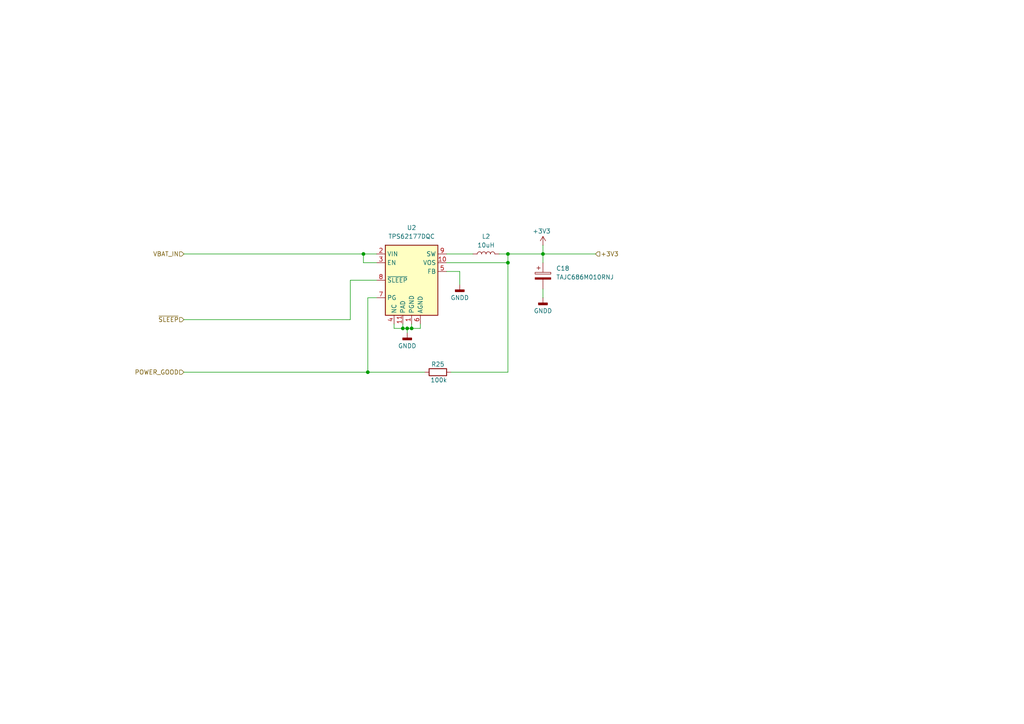
<source format=kicad_sch>
(kicad_sch (version 20250114) (generator "eeschema") (generator_version "9.0")
  (paper "A4")
  (lib_symbols
    (symbol "Device:C_Polarized" (pin_numbers (hide yes)) (pin_names (offset 0.254))
      (property "Reference" "C" (at 0.635 2.54 0))
      (property "Value" "C_Polarized" (at 0.635 -2.54 0))
      (symbol "C_Polarized_0_1"
        (rectangle (start -2.286 0.508) (end 2.286 1.016))
        (polyline (pts (xy -1.778 2.286) (xy -0.762 2.286)))
        (polyline (pts (xy -1.27 2.794) (xy -1.27 1.778)))
        (rectangle (start 2.286 -0.508) (end -2.286 -1.016) (fill (type outline)))
      )
      (symbol "C_Polarized_1_1"
        (pin passive line (at 0 3.81 270) (length 2.794) (name "~") (number "1"))
        (pin passive line (at 0 -3.81 90) (length 2.794) (name "~") (number "2"))
      )
    )
    (symbol "Device:L" (pin_numbers (hide yes)) (pin_names (offset 1.016) (hide yes))
      (property "Reference" "L" (at -1.27 0 90))
      (property "Value" "L" (at 1.905 0 90))
      (symbol "L_0_1"
        (arc (start 0 2.54) (mid 0.6323 1.905) (end 0 1.27))
        (arc (start 0 1.27) (mid 0.6323 0.635) (end 0 0))
        (arc (start 0 0) (mid 0.6323 -0.635) (end 0 -1.27))
        (arc (start 0 -1.27) (mid 0.6323 -1.905) (end 0 -2.54))
      )
      (symbol "L_1_1"
        (pin passive line (at 0 3.81 270) (length 1.27) (name "1") (number "1"))
        (pin passive line (at 0 -3.81 90) (length 1.27) (name "2") (number "2"))
      )
    )
    (symbol "Device:R" (pin_numbers (hide yes)) (pin_names (offset 0))
      (property "Reference" "R" (at 2.032 0 90))
      (property "Value" "R" (at 0 0 90))
      (symbol "R_0_1"
        (rectangle (start -1.016 -2.54) (end 1.016 2.54) (stroke (width 0.254)))
      )
      (symbol "R_1_1"
        (pin passive line (at 0 3.81 270) (length 1.27) (name "~") (number "1"))
        (pin passive line (at 0 -3.81 90) (length 1.27) (name "~") (number "2"))
      )
    )
    (symbol "Regulator_Switching:TPS62177DQC"
      (property "Reference" "U" (at -7.62 11.43 0))
      (property "Value" "TPS62177DQC" (at -1.27 11.43 0))
      (symbol "TPS62177DQC_0_1"
        (rectangle (start -7.62 10.16) (end 7.62 -10.16) (stroke (width 0.254)) (fill (type background)))
      )
      (symbol "TPS62177DQC_1_1"
        (pin power_in line (at -10.16 7.62 0) (length 2.54) (name "VIN") (number "2"))
        (pin input line (at -10.16 5.08 0) (length 2.54) (name "EN") (number "3"))
        (pin input line (at -10.16 0 0) (length 2.54) (name "~{SLEEP}") (number "8"))
        (pin output line (at -10.16 -5.08 0) (length 2.54) (name "PG") (number "7"))
        (pin passive line (at -5.08 -12.7 90) (length 2.54) (name "NC") (number "4"))
        (pin power_in line (at -2.54 -12.7 90) (length 2.54) (name "PAD") (number "11"))
        (pin power_in line (at 0 -12.7 90) (length 2.54) (name "PGND") (number "1"))
        (pin power_in line (at 2.54 -12.7 90) (length 2.54) (name "AGND") (number "6"))
        (pin power_out line (at 10.16 7.62 180) (length 2.54) (name "SW") (number "9"))
        (pin input line (at 10.16 5.08 180) (length 2.54) (name "VOS") (number "10"))
        (pin input line (at 10.16 2.54 180) (length 2.54) (name "FB") (number "5"))
      )
    )
    (symbol "power:+3.3V" (power) (pin_numbers (hide yes)) (pin_names (offset 0) (hide yes))
      (property "Value" "+3.3V" (at 0 3.556 0))
      (symbol "+3.3V_0_1"
        (polyline (pts (xy -0.762 1.27) (xy 0 2.54)))
        (polyline (pts (xy 0 2.54) (xy 0.762 1.27)))
        (polyline (pts (xy 0 0) (xy 0 2.54)))
      )
      (symbol "+3.3V_1_1"
        (pin power_in line (at 0 0 90) (length 0) (name "~") (number "1"))
      )
    )
    (symbol "power:GNDD" (power) (pin_numbers (hide yes)) (pin_names (offset 0) (hide yes))
      (property "Value" "GNDD" (at 0 -3.175 0))
      (symbol "GNDD_0_1"
        (rectangle (start -1.27 -1.524) (end 1.27 -2.032) (stroke (width 0.254)) (fill (type outline)))
        (polyline (pts (xy 0 0) (xy 0 -1.524)))
      )
      (symbol "GNDD_1_1"
        (pin power_in line (at 0 0 270) (length 0) (name "~") (number "1"))
      )
    )
  )
  (junction (at 119.38 95.25))
  (junction (at 116.84 95.25))
  (junction (at 157.48 73.66))
  (junction (at 118.11 95.25))
  (junction (at 105.41 73.66))
  (junction (at 106.68 107.95))
  (junction (at 147.32 76.2))
  (junction (at 147.32 73.66))
  (wire (pts (xy 123.19 107.95) (xy 106.68 107.95)))
  (wire (pts (xy 121.92 93.98) (xy 121.92 95.25)))
  (wire (pts (xy 109.22 76.2) (xy 105.41 76.2)))
  (wire (pts (xy 157.48 73.66) (xy 147.32 73.66)))
  (wire (pts (xy 157.48 71.12) (xy 157.48 73.66)))
  (wire (pts (xy 116.84 93.98) (xy 116.84 95.25)))
  (wire (pts (xy 118.11 95.25) (xy 118.11 96.52)))
  (wire (pts (xy 119.38 95.25) (xy 121.92 95.25)))
  (wire (pts (xy 129.54 76.2) (xy 147.32 76.2)))
  (wire (pts (xy 147.32 107.95) (xy 147.32 76.2)))
  (wire (pts (xy 157.48 73.66) (xy 172.72 73.66)))
  (wire (pts (xy 116.84 95.25) (xy 118.11 95.25)))
  (wire (pts (xy 114.3 95.25) (xy 116.84 95.25)))
  (wire (pts (xy 129.54 73.66) (xy 137.16 73.66)))
  (wire (pts (xy 119.38 95.25) (xy 118.11 95.25)))
  (wire (pts (xy 114.3 93.98) (xy 114.3 95.25)))
  (wire (pts (xy 157.48 76.2) (xy 157.48 73.66)))
  (wire (pts (xy 106.68 107.95) (xy 106.68 86.36)))
  (wire (pts (xy 147.32 76.2) (xy 147.32 73.66)))
  (wire (pts (xy 119.38 93.98) (xy 119.38 95.25)))
  (wire (pts (xy 105.41 76.2) (xy 105.41 73.66)))
  (wire (pts (xy 105.41 73.66) (xy 109.22 73.66)))
  (wire (pts (xy 109.22 81.28) (xy 101.6 81.28)))
  (wire (pts (xy 133.35 78.74) (xy 133.35 82.55)))
  (wire (pts (xy 101.6 81.28) (xy 101.6 92.71)))
  (wire (pts (xy 106.68 86.36) (xy 109.22 86.36)))
  (wire (pts (xy 130.81 107.95) (xy 147.32 107.95)))
  (wire (pts (xy 157.48 83.82) (xy 157.48 86.36)))
  (wire (pts (xy 101.6 92.71) (xy 53.34 92.71)))
  (wire (pts (xy 129.54 78.74) (xy 133.35 78.74)))
  (wire (pts (xy 53.34 107.95) (xy 106.68 107.95)))
  (wire (pts (xy 53.34 73.66) (xy 105.41 73.66)))
  (wire (pts (xy 147.32 73.66) (xy 144.78 73.66)))
  (hierarchical_label "+3V3" (shape input) (at 172.72 73.66 0))
  (hierarchical_label "~{SLEEP}" (shape input) (at 53.34 92.71 180))
  (hierarchical_label "POWER_GOOD" (shape input) (at 53.34 107.95 180))
  (hierarchical_label "VBAT_IN" (shape input) (at 53.34 73.66 180))
  (symbol (lib_id "Device:L") (at 140.97 73.66 90) (unit 1)
    (property "Reference" "L2" (at 140.97 68.58 90))
    (property "Value" "10uH" (at 140.97 71.12 90))
    (property "Footprint" "Inductor_SMD:L_6.3x6.3_H3" (effects (hide yes)))
    (property "Description" "Inductor" (effects (hide yes)))
  )
  (symbol (lib_id "power:GNDD") (at 157.48 86.36 0) (unit 1)
    (property "Reference" "#PWR058" (effects (hide yes)))
    (property "Value" "GNDD" (at 157.48 90.17 0))
    (property "Description" "Power symbol creates a global label with name \"GNDD\" , digital ground" (effects (hide yes)))
  )
  (symbol (lib_id "Device:C_Polarized") (at 157.48 80.01 0) (unit 1)
    (property "Reference" "C18" (at 161.29 77.8509 0) (effects (justify left)))
    (property "Value" "TAJC686M010RNJ" (at 161.29 80.3909 0) (effects (justify left)))
    (property "Footprint" "Capacitor_Tantalum_SMD:CP_EIA-6032-28_Kemet-C_Pad2.25x2.35mm_HandSolder" (effects (hide yes)))
    (property "Description" "Polarized capacitor" (effects (hide yes)))
  )
  (symbol (lib_id "power:+3.3V") (at 157.48 71.12 0) (unit 1)
    (property "Reference" "#PWR057" (effects (hide yes)))
    (property "Value" "+3V3" (at 154.432 67.056 0) (effects (justify left)))
    (property "Description" "Power symbol creates a global label with name \"+3.3V\"" (effects (hide yes)))
  )
  (symbol (lib_id "Device:R") (at 127 107.95 90) (unit 1)
    (property "Reference" "R25" (at 127 105.664 90))
    (property "Value" "100k" (at 127.254 110.236 90))
    (property "Footprint" "Resistor_SMD:R_0805_2012Metric_Pad1.20x1.40mm_HandSolder" (effects (hide yes)))
    (property "Description" "Resistor" (effects (hide yes)))
  )
  (symbol (lib_id "power:GNDD") (at 133.35 82.55 0) (unit 1)
    (property "Reference" "#PWR056" (effects (hide yes)))
    (property "Value" "GNDD" (at 133.35 86.36 0))
    (property "Description" "Power symbol creates a global label with name \"GNDD\" , digital ground" (effects (hide yes)))
  )
  (symbol (lib_id "Regulator_Switching:TPS62177DQC") (at 119.38 81.28 0) (unit 1)
    (property "Reference" "U2" (at 119.38 66.04 0))
    (property "Value" "TPS62177DQC" (at 119.38 68.58 0))
    (property "Footprint" "Package_SON:WSON-10-1EP_2x3mm_P0.5mm_EP0.84x2.4mm_ThermalVias" (effects (hide yes)))
    (property "Datasheet" "http://www.ti.com/lit/ds/symlink/tps62177.pdf" (effects (hide yes)))
    (property "Description" "500mA Step-Down Converter with Sleep Mode, fixed 3.3V Output Voltage, 4.75-28V input voltage, WSON-10" (effects (hide yes)))
  )
  (symbol (lib_id "power:GNDD") (at 118.11 96.52 0) (unit 1)
    (property "Reference" "#PWR055" (effects (hide yes)))
    (property "Value" "GNDD" (at 118.11 100.33 0))
    (property "Description" "Power symbol creates a global label with name \"GNDD\" , digital ground" (effects (hide yes)))
  )
)
</source>
